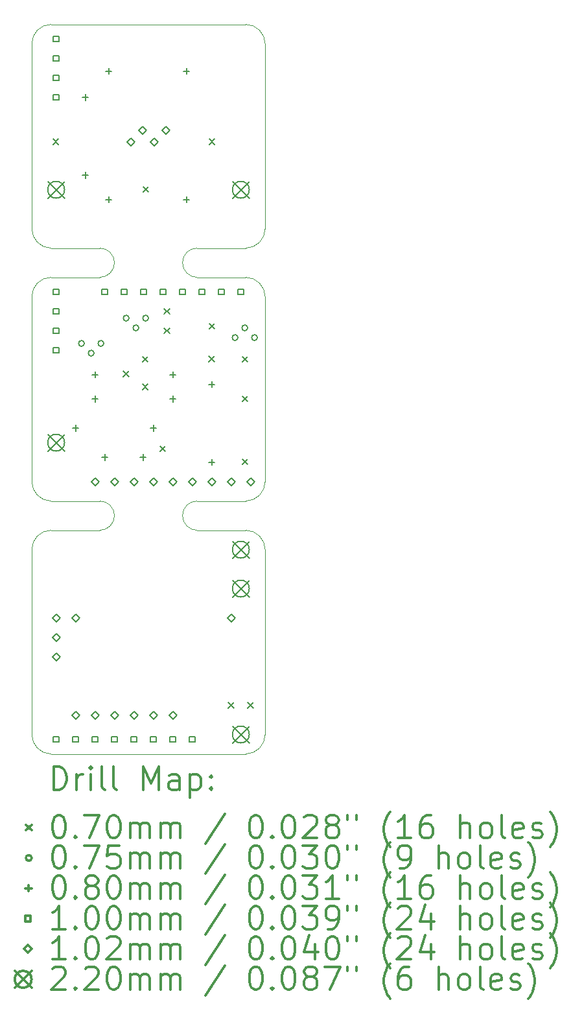
<source format=gbr>
%FSLAX45Y45*%
G04 Gerber Fmt 4.5, Leading zero omitted, Abs format (unit mm)*
G04 Created by KiCad (PCBNEW 5.1.6) date 2021-12-18 09:42:13*
%MOMM*%
%LPD*%
G01*
G04 APERTURE LIST*
%TA.AperFunction,Profile*%
%ADD10C,0.050000*%
%TD*%
%ADD11C,0.200000*%
%ADD12C,0.300000*%
G04 APERTURE END LIST*
D10*
X13271500Y-12192000D02*
X12636500Y-12192000D01*
X12636500Y-11811000D02*
X13271500Y-11811000D01*
X11366500Y-12192000D02*
X10731500Y-12192000D01*
X10731500Y-11811000D02*
X11366500Y-11811000D01*
X11557000Y-12001500D02*
G75*
G02*
X11366500Y-12192000I-190500J0D01*
G01*
X11366500Y-11811000D02*
G75*
G02*
X11557000Y-12001500I0J-190500D01*
G01*
X12636500Y-12192000D02*
G75*
G02*
X12446000Y-12001500I0J190500D01*
G01*
X12446000Y-12001500D02*
G75*
G02*
X12636500Y-11811000I190500J0D01*
G01*
X12700000Y-8890000D02*
X12636500Y-8890000D01*
X13271500Y-8890000D02*
X12700000Y-8890000D01*
X12636500Y-8509000D02*
X13271500Y-8509000D01*
X11366500Y-8509000D02*
X10731500Y-8509000D01*
X10731500Y-8890000D02*
X11366500Y-8890000D01*
X12636500Y-8890000D02*
G75*
G02*
X12446000Y-8699500I0J190500D01*
G01*
X12446000Y-8699500D02*
G75*
G02*
X12636500Y-8509000I190500J0D01*
G01*
X11557000Y-8699500D02*
G75*
G02*
X11366500Y-8890000I-190500J0D01*
G01*
X11366500Y-8509000D02*
G75*
G02*
X11557000Y-8699500I0J-190500D01*
G01*
X10731500Y-8509000D02*
G75*
G02*
X10477500Y-8255000I0J254000D01*
G01*
X13525500Y-8255000D02*
G75*
G02*
X13271500Y-8509000I-254000J0D01*
G01*
X13271500Y-5588000D02*
G75*
G02*
X13525500Y-5842000I0J-254000D01*
G01*
X10477500Y-5842000D02*
G75*
G02*
X10731500Y-5588000I254000J0D01*
G01*
X10477500Y-12446000D02*
G75*
G02*
X10731500Y-12192000I254000J0D01*
G01*
X13271500Y-12192000D02*
G75*
G02*
X13525500Y-12446000I0J-254000D01*
G01*
X13525500Y-14859000D02*
G75*
G02*
X13271500Y-15113000I-254000J0D01*
G01*
X10731500Y-15113000D02*
G75*
G02*
X10477500Y-14859000I0J254000D01*
G01*
X10477500Y-9144000D02*
G75*
G02*
X10731500Y-8890000I254000J0D01*
G01*
X13271500Y-8890000D02*
G75*
G02*
X13525500Y-9144000I0J-254000D01*
G01*
X13525500Y-11557000D02*
G75*
G02*
X13271500Y-11811000I-254000J0D01*
G01*
X10731500Y-11811000D02*
G75*
G02*
X10477500Y-11557000I0J254000D01*
G01*
X13525500Y-5842000D02*
X13525500Y-8255000D01*
X10477500Y-5842000D02*
X10477500Y-8255000D01*
X13271500Y-5588000D02*
X10731500Y-5588000D01*
X10477500Y-14859000D02*
X10477500Y-12446000D01*
X13525500Y-14859000D02*
X13525500Y-12446000D01*
X10731500Y-15113000D02*
X13271500Y-15113000D01*
X10477500Y-9144000D02*
X10477500Y-11557000D01*
X13525500Y-9144000D02*
X13525500Y-11557000D01*
D11*
X10755000Y-7085000D02*
X10825000Y-7155000D01*
X10825000Y-7085000D02*
X10755000Y-7155000D01*
X11675000Y-10115000D02*
X11745000Y-10185000D01*
X11745000Y-10115000D02*
X11675000Y-10185000D01*
X11925000Y-9925000D02*
X11995000Y-9995000D01*
X11995000Y-9925000D02*
X11925000Y-9995000D01*
X11925000Y-10285000D02*
X11995000Y-10355000D01*
X11995000Y-10285000D02*
X11925000Y-10355000D01*
X11935000Y-7705000D02*
X12005000Y-7775000D01*
X12005000Y-7705000D02*
X11935000Y-7775000D01*
X12155000Y-11095000D02*
X12225000Y-11165000D01*
X12225000Y-11095000D02*
X12155000Y-11165000D01*
X12792000Y-9921800D02*
X12862000Y-9991800D01*
X12862000Y-9921800D02*
X12792000Y-9991800D01*
X12795000Y-7085000D02*
X12865000Y-7155000D01*
X12865000Y-7085000D02*
X12795000Y-7155000D01*
X12795000Y-9495000D02*
X12865000Y-9565000D01*
X12865000Y-9495000D02*
X12795000Y-9565000D01*
X13225000Y-9925000D02*
X13295000Y-9995000D01*
X13295000Y-9925000D02*
X13225000Y-9995000D01*
X13225000Y-10445000D02*
X13295000Y-10515000D01*
X13295000Y-10445000D02*
X13225000Y-10515000D01*
X13225000Y-11265000D02*
X13295000Y-11335000D01*
X13295000Y-11265000D02*
X13225000Y-11335000D01*
X13046000Y-14443000D02*
X13116000Y-14513000D01*
X13116000Y-14443000D02*
X13046000Y-14513000D01*
X13300000Y-14443000D02*
X13370000Y-14513000D01*
X13370000Y-14443000D02*
X13300000Y-14513000D01*
X12207800Y-9299500D02*
X12277800Y-9369500D01*
X12277800Y-9299500D02*
X12207800Y-9369500D01*
X12207800Y-9553500D02*
X12277800Y-9623500D01*
X12277800Y-9553500D02*
X12207800Y-9623500D01*
X11162700Y-9753600D02*
G75*
G03*
X11162700Y-9753600I-37500J0D01*
G01*
X11289700Y-9880600D02*
G75*
G03*
X11289700Y-9880600I-37500J0D01*
G01*
X11416700Y-9753600D02*
G75*
G03*
X11416700Y-9753600I-37500J0D01*
G01*
X11746900Y-9423400D02*
G75*
G03*
X11746900Y-9423400I-37500J0D01*
G01*
X11873900Y-9550400D02*
G75*
G03*
X11873900Y-9550400I-37500J0D01*
G01*
X12000900Y-9423400D02*
G75*
G03*
X12000900Y-9423400I-37500J0D01*
G01*
X13169300Y-9677400D02*
G75*
G03*
X13169300Y-9677400I-37500J0D01*
G01*
X13296300Y-9550400D02*
G75*
G03*
X13296300Y-9550400I-37500J0D01*
G01*
X13423300Y-9677400D02*
G75*
G03*
X13423300Y-9677400I-37500J0D01*
G01*
X11303000Y-10120000D02*
X11303000Y-10200000D01*
X11263000Y-10160000D02*
X11343000Y-10160000D01*
X12319000Y-10120000D02*
X12319000Y-10200000D01*
X12279000Y-10160000D02*
X12359000Y-10160000D01*
X11480800Y-6157600D02*
X11480800Y-6237600D01*
X11440800Y-6197600D02*
X11520800Y-6197600D01*
X12496800Y-6157600D02*
X12496800Y-6237600D01*
X12456800Y-6197600D02*
X12536800Y-6197600D01*
X11430000Y-11199500D02*
X11430000Y-11279500D01*
X11390000Y-11239500D02*
X11470000Y-11239500D01*
X11930000Y-11199500D02*
X11930000Y-11279500D01*
X11890000Y-11239500D02*
X11970000Y-11239500D01*
X12827000Y-10247000D02*
X12827000Y-10327000D01*
X12787000Y-10287000D02*
X12867000Y-10287000D01*
X12827000Y-11263000D02*
X12827000Y-11343000D01*
X12787000Y-11303000D02*
X12867000Y-11303000D01*
X11049000Y-10818500D02*
X11049000Y-10898500D01*
X11009000Y-10858500D02*
X11089000Y-10858500D01*
X12065000Y-10818500D02*
X12065000Y-10898500D01*
X12025000Y-10858500D02*
X12105000Y-10858500D01*
X11176000Y-6500500D02*
X11176000Y-6580500D01*
X11136000Y-6540500D02*
X11216000Y-6540500D01*
X11176000Y-7516500D02*
X11176000Y-7596500D01*
X11136000Y-7556500D02*
X11216000Y-7556500D01*
X11480800Y-7834000D02*
X11480800Y-7914000D01*
X11440800Y-7874000D02*
X11520800Y-7874000D01*
X12496800Y-7834000D02*
X12496800Y-7914000D01*
X12456800Y-7874000D02*
X12536800Y-7874000D01*
X11303000Y-10437500D02*
X11303000Y-10517500D01*
X11263000Y-10477500D02*
X11343000Y-10477500D01*
X12319000Y-10437500D02*
X12319000Y-10517500D01*
X12279000Y-10477500D02*
X12359000Y-10477500D01*
X10830356Y-9115856D02*
X10830356Y-9045144D01*
X10759644Y-9045144D01*
X10759644Y-9115856D01*
X10830356Y-9115856D01*
X10830356Y-9369856D02*
X10830356Y-9299144D01*
X10759644Y-9299144D01*
X10759644Y-9369856D01*
X10830356Y-9369856D01*
X10830356Y-9623856D02*
X10830356Y-9553144D01*
X10759644Y-9553144D01*
X10759644Y-9623856D01*
X10830356Y-9623856D01*
X10830356Y-9877856D02*
X10830356Y-9807144D01*
X10759644Y-9807144D01*
X10759644Y-9877856D01*
X10830356Y-9877856D01*
X10830356Y-5813856D02*
X10830356Y-5743144D01*
X10759644Y-5743144D01*
X10759644Y-5813856D01*
X10830356Y-5813856D01*
X10830356Y-6067856D02*
X10830356Y-5997144D01*
X10759644Y-5997144D01*
X10759644Y-6067856D01*
X10830356Y-6067856D01*
X10830356Y-6321856D02*
X10830356Y-6251144D01*
X10759644Y-6251144D01*
X10759644Y-6321856D01*
X10830356Y-6321856D01*
X10830356Y-6575856D02*
X10830356Y-6505144D01*
X10759644Y-6505144D01*
X10759644Y-6575856D01*
X10830356Y-6575856D01*
X10830356Y-14957856D02*
X10830356Y-14887144D01*
X10759644Y-14887144D01*
X10759644Y-14957856D01*
X10830356Y-14957856D01*
X11084356Y-14957856D02*
X11084356Y-14887144D01*
X11013644Y-14887144D01*
X11013644Y-14957856D01*
X11084356Y-14957856D01*
X11338356Y-14957856D02*
X11338356Y-14887144D01*
X11267644Y-14887144D01*
X11267644Y-14957856D01*
X11338356Y-14957856D01*
X11592356Y-14957856D02*
X11592356Y-14887144D01*
X11521644Y-14887144D01*
X11521644Y-14957856D01*
X11592356Y-14957856D01*
X11846356Y-14957856D02*
X11846356Y-14887144D01*
X11775644Y-14887144D01*
X11775644Y-14957856D01*
X11846356Y-14957856D01*
X12100356Y-14957856D02*
X12100356Y-14887144D01*
X12029644Y-14887144D01*
X12029644Y-14957856D01*
X12100356Y-14957856D01*
X12354356Y-14957856D02*
X12354356Y-14887144D01*
X12283644Y-14887144D01*
X12283644Y-14957856D01*
X12354356Y-14957856D01*
X12608356Y-14957856D02*
X12608356Y-14887144D01*
X12537644Y-14887144D01*
X12537644Y-14957856D01*
X12608356Y-14957856D01*
X11465356Y-9115856D02*
X11465356Y-9045144D01*
X11394644Y-9045144D01*
X11394644Y-9115856D01*
X11465356Y-9115856D01*
X11719356Y-9115856D02*
X11719356Y-9045144D01*
X11648644Y-9045144D01*
X11648644Y-9115856D01*
X11719356Y-9115856D01*
X11973356Y-9115856D02*
X11973356Y-9045144D01*
X11902644Y-9045144D01*
X11902644Y-9115856D01*
X11973356Y-9115856D01*
X12227356Y-9115856D02*
X12227356Y-9045144D01*
X12156644Y-9045144D01*
X12156644Y-9115856D01*
X12227356Y-9115856D01*
X12481356Y-9115856D02*
X12481356Y-9045144D01*
X12410644Y-9045144D01*
X12410644Y-9115856D01*
X12481356Y-9115856D01*
X12735356Y-9115856D02*
X12735356Y-9045144D01*
X12664644Y-9045144D01*
X12664644Y-9115856D01*
X12735356Y-9115856D01*
X12989356Y-9115856D02*
X12989356Y-9045144D01*
X12918644Y-9045144D01*
X12918644Y-9115856D01*
X12989356Y-9115856D01*
X13243356Y-9115856D02*
X13243356Y-9045144D01*
X13172644Y-9045144D01*
X13172644Y-9115856D01*
X13243356Y-9115856D01*
X11772900Y-7175500D02*
X11823700Y-7124700D01*
X11772900Y-7073900D01*
X11722100Y-7124700D01*
X11772900Y-7175500D01*
X11925300Y-7023100D02*
X11976100Y-6972300D01*
X11925300Y-6921500D01*
X11874500Y-6972300D01*
X11925300Y-7023100D01*
X12077700Y-7175500D02*
X12128500Y-7124700D01*
X12077700Y-7073900D01*
X12026900Y-7124700D01*
X12077700Y-7175500D01*
X12230100Y-7023100D02*
X12280900Y-6972300D01*
X12230100Y-6921500D01*
X12179300Y-6972300D01*
X12230100Y-7023100D01*
X11049000Y-13385800D02*
X11099800Y-13335000D01*
X11049000Y-13284200D01*
X10998200Y-13335000D01*
X11049000Y-13385800D01*
X13081000Y-13385800D02*
X13131800Y-13335000D01*
X13081000Y-13284200D01*
X13030200Y-13335000D01*
X13081000Y-13385800D01*
X11303000Y-11607800D02*
X11353800Y-11557000D01*
X11303000Y-11506200D01*
X11252200Y-11557000D01*
X11303000Y-11607800D01*
X11557000Y-11607800D02*
X11607800Y-11557000D01*
X11557000Y-11506200D01*
X11506200Y-11557000D01*
X11557000Y-11607800D01*
X11811000Y-11607800D02*
X11861800Y-11557000D01*
X11811000Y-11506200D01*
X11760200Y-11557000D01*
X11811000Y-11607800D01*
X12065000Y-11607800D02*
X12115800Y-11557000D01*
X12065000Y-11506200D01*
X12014200Y-11557000D01*
X12065000Y-11607800D01*
X12319000Y-11607800D02*
X12369800Y-11557000D01*
X12319000Y-11506200D01*
X12268200Y-11557000D01*
X12319000Y-11607800D01*
X12573000Y-11607800D02*
X12623800Y-11557000D01*
X12573000Y-11506200D01*
X12522200Y-11557000D01*
X12573000Y-11607800D01*
X12827000Y-11607800D02*
X12877800Y-11557000D01*
X12827000Y-11506200D01*
X12776200Y-11557000D01*
X12827000Y-11607800D01*
X13081000Y-11607800D02*
X13131800Y-11557000D01*
X13081000Y-11506200D01*
X13030200Y-11557000D01*
X13081000Y-11607800D01*
X13335000Y-11607800D02*
X13385800Y-11557000D01*
X13335000Y-11506200D01*
X13284200Y-11557000D01*
X13335000Y-11607800D01*
X10795000Y-13385800D02*
X10845800Y-13335000D01*
X10795000Y-13284200D01*
X10744200Y-13335000D01*
X10795000Y-13385800D01*
X10795000Y-13639800D02*
X10845800Y-13589000D01*
X10795000Y-13538200D01*
X10744200Y-13589000D01*
X10795000Y-13639800D01*
X10795000Y-13893800D02*
X10845800Y-13843000D01*
X10795000Y-13792200D01*
X10744200Y-13843000D01*
X10795000Y-13893800D01*
X11049000Y-14655800D02*
X11099800Y-14605000D01*
X11049000Y-14554200D01*
X10998200Y-14605000D01*
X11049000Y-14655800D01*
X11303000Y-14655800D02*
X11353800Y-14605000D01*
X11303000Y-14554200D01*
X11252200Y-14605000D01*
X11303000Y-14655800D01*
X11557000Y-14655800D02*
X11607800Y-14605000D01*
X11557000Y-14554200D01*
X11506200Y-14605000D01*
X11557000Y-14655800D01*
X11811000Y-14655800D02*
X11861800Y-14605000D01*
X11811000Y-14554200D01*
X11760200Y-14605000D01*
X11811000Y-14655800D01*
X12065000Y-14655800D02*
X12115800Y-14605000D01*
X12065000Y-14554200D01*
X12014200Y-14605000D01*
X12065000Y-14655800D01*
X12319000Y-14655800D02*
X12369800Y-14605000D01*
X12319000Y-14554200D01*
X12268200Y-14605000D01*
X12319000Y-14655800D01*
X13098000Y-14749000D02*
X13318000Y-14969000D01*
X13318000Y-14749000D02*
X13098000Y-14969000D01*
X13318000Y-14859000D02*
G75*
G03*
X13318000Y-14859000I-110000J0D01*
G01*
X13098000Y-12336000D02*
X13318000Y-12556000D01*
X13318000Y-12336000D02*
X13098000Y-12556000D01*
X13318000Y-12446000D02*
G75*
G03*
X13318000Y-12446000I-110000J0D01*
G01*
X10685000Y-7637000D02*
X10905000Y-7857000D01*
X10905000Y-7637000D02*
X10685000Y-7857000D01*
X10905000Y-7747000D02*
G75*
G03*
X10905000Y-7747000I-110000J0D01*
G01*
X13098000Y-7637000D02*
X13318000Y-7857000D01*
X13318000Y-7637000D02*
X13098000Y-7857000D01*
X13318000Y-7747000D02*
G75*
G03*
X13318000Y-7747000I-110000J0D01*
G01*
X13098000Y-12844000D02*
X13318000Y-13064000D01*
X13318000Y-12844000D02*
X13098000Y-13064000D01*
X13318000Y-12954000D02*
G75*
G03*
X13318000Y-12954000I-110000J0D01*
G01*
X10685000Y-10939000D02*
X10905000Y-11159000D01*
X10905000Y-10939000D02*
X10685000Y-11159000D01*
X10905000Y-11049000D02*
G75*
G03*
X10905000Y-11049000I-110000J0D01*
G01*
D12*
X10761428Y-15581214D02*
X10761428Y-15281214D01*
X10832857Y-15281214D01*
X10875714Y-15295500D01*
X10904286Y-15324071D01*
X10918571Y-15352643D01*
X10932857Y-15409786D01*
X10932857Y-15452643D01*
X10918571Y-15509786D01*
X10904286Y-15538357D01*
X10875714Y-15566929D01*
X10832857Y-15581214D01*
X10761428Y-15581214D01*
X11061428Y-15581214D02*
X11061428Y-15381214D01*
X11061428Y-15438357D02*
X11075714Y-15409786D01*
X11090000Y-15395500D01*
X11118571Y-15381214D01*
X11147143Y-15381214D01*
X11247143Y-15581214D02*
X11247143Y-15381214D01*
X11247143Y-15281214D02*
X11232857Y-15295500D01*
X11247143Y-15309786D01*
X11261428Y-15295500D01*
X11247143Y-15281214D01*
X11247143Y-15309786D01*
X11432857Y-15581214D02*
X11404286Y-15566929D01*
X11390000Y-15538357D01*
X11390000Y-15281214D01*
X11590000Y-15581214D02*
X11561428Y-15566929D01*
X11547143Y-15538357D01*
X11547143Y-15281214D01*
X11932857Y-15581214D02*
X11932857Y-15281214D01*
X12032857Y-15495500D01*
X12132857Y-15281214D01*
X12132857Y-15581214D01*
X12404286Y-15581214D02*
X12404286Y-15424071D01*
X12390000Y-15395500D01*
X12361428Y-15381214D01*
X12304286Y-15381214D01*
X12275714Y-15395500D01*
X12404286Y-15566929D02*
X12375714Y-15581214D01*
X12304286Y-15581214D01*
X12275714Y-15566929D01*
X12261428Y-15538357D01*
X12261428Y-15509786D01*
X12275714Y-15481214D01*
X12304286Y-15466929D01*
X12375714Y-15466929D01*
X12404286Y-15452643D01*
X12547143Y-15381214D02*
X12547143Y-15681214D01*
X12547143Y-15395500D02*
X12575714Y-15381214D01*
X12632857Y-15381214D01*
X12661428Y-15395500D01*
X12675714Y-15409786D01*
X12690000Y-15438357D01*
X12690000Y-15524071D01*
X12675714Y-15552643D01*
X12661428Y-15566929D01*
X12632857Y-15581214D01*
X12575714Y-15581214D01*
X12547143Y-15566929D01*
X12818571Y-15552643D02*
X12832857Y-15566929D01*
X12818571Y-15581214D01*
X12804286Y-15566929D01*
X12818571Y-15552643D01*
X12818571Y-15581214D01*
X12818571Y-15395500D02*
X12832857Y-15409786D01*
X12818571Y-15424071D01*
X12804286Y-15409786D01*
X12818571Y-15395500D01*
X12818571Y-15424071D01*
X10405000Y-16040500D02*
X10475000Y-16110500D01*
X10475000Y-16040500D02*
X10405000Y-16110500D01*
X10818571Y-15911214D02*
X10847143Y-15911214D01*
X10875714Y-15925500D01*
X10890000Y-15939786D01*
X10904286Y-15968357D01*
X10918571Y-16025500D01*
X10918571Y-16096929D01*
X10904286Y-16154071D01*
X10890000Y-16182643D01*
X10875714Y-16196929D01*
X10847143Y-16211214D01*
X10818571Y-16211214D01*
X10790000Y-16196929D01*
X10775714Y-16182643D01*
X10761428Y-16154071D01*
X10747143Y-16096929D01*
X10747143Y-16025500D01*
X10761428Y-15968357D01*
X10775714Y-15939786D01*
X10790000Y-15925500D01*
X10818571Y-15911214D01*
X11047143Y-16182643D02*
X11061428Y-16196929D01*
X11047143Y-16211214D01*
X11032857Y-16196929D01*
X11047143Y-16182643D01*
X11047143Y-16211214D01*
X11161428Y-15911214D02*
X11361428Y-15911214D01*
X11232857Y-16211214D01*
X11532857Y-15911214D02*
X11561428Y-15911214D01*
X11590000Y-15925500D01*
X11604286Y-15939786D01*
X11618571Y-15968357D01*
X11632857Y-16025500D01*
X11632857Y-16096929D01*
X11618571Y-16154071D01*
X11604286Y-16182643D01*
X11590000Y-16196929D01*
X11561428Y-16211214D01*
X11532857Y-16211214D01*
X11504286Y-16196929D01*
X11490000Y-16182643D01*
X11475714Y-16154071D01*
X11461428Y-16096929D01*
X11461428Y-16025500D01*
X11475714Y-15968357D01*
X11490000Y-15939786D01*
X11504286Y-15925500D01*
X11532857Y-15911214D01*
X11761428Y-16211214D02*
X11761428Y-16011214D01*
X11761428Y-16039786D02*
X11775714Y-16025500D01*
X11804286Y-16011214D01*
X11847143Y-16011214D01*
X11875714Y-16025500D01*
X11890000Y-16054071D01*
X11890000Y-16211214D01*
X11890000Y-16054071D02*
X11904286Y-16025500D01*
X11932857Y-16011214D01*
X11975714Y-16011214D01*
X12004286Y-16025500D01*
X12018571Y-16054071D01*
X12018571Y-16211214D01*
X12161428Y-16211214D02*
X12161428Y-16011214D01*
X12161428Y-16039786D02*
X12175714Y-16025500D01*
X12204286Y-16011214D01*
X12247143Y-16011214D01*
X12275714Y-16025500D01*
X12290000Y-16054071D01*
X12290000Y-16211214D01*
X12290000Y-16054071D02*
X12304286Y-16025500D01*
X12332857Y-16011214D01*
X12375714Y-16011214D01*
X12404286Y-16025500D01*
X12418571Y-16054071D01*
X12418571Y-16211214D01*
X13004286Y-15896929D02*
X12747143Y-16282643D01*
X13390000Y-15911214D02*
X13418571Y-15911214D01*
X13447143Y-15925500D01*
X13461428Y-15939786D01*
X13475714Y-15968357D01*
X13490000Y-16025500D01*
X13490000Y-16096929D01*
X13475714Y-16154071D01*
X13461428Y-16182643D01*
X13447143Y-16196929D01*
X13418571Y-16211214D01*
X13390000Y-16211214D01*
X13361428Y-16196929D01*
X13347143Y-16182643D01*
X13332857Y-16154071D01*
X13318571Y-16096929D01*
X13318571Y-16025500D01*
X13332857Y-15968357D01*
X13347143Y-15939786D01*
X13361428Y-15925500D01*
X13390000Y-15911214D01*
X13618571Y-16182643D02*
X13632857Y-16196929D01*
X13618571Y-16211214D01*
X13604286Y-16196929D01*
X13618571Y-16182643D01*
X13618571Y-16211214D01*
X13818571Y-15911214D02*
X13847143Y-15911214D01*
X13875714Y-15925500D01*
X13890000Y-15939786D01*
X13904286Y-15968357D01*
X13918571Y-16025500D01*
X13918571Y-16096929D01*
X13904286Y-16154071D01*
X13890000Y-16182643D01*
X13875714Y-16196929D01*
X13847143Y-16211214D01*
X13818571Y-16211214D01*
X13790000Y-16196929D01*
X13775714Y-16182643D01*
X13761428Y-16154071D01*
X13747143Y-16096929D01*
X13747143Y-16025500D01*
X13761428Y-15968357D01*
X13775714Y-15939786D01*
X13790000Y-15925500D01*
X13818571Y-15911214D01*
X14032857Y-15939786D02*
X14047143Y-15925500D01*
X14075714Y-15911214D01*
X14147143Y-15911214D01*
X14175714Y-15925500D01*
X14190000Y-15939786D01*
X14204286Y-15968357D01*
X14204286Y-15996929D01*
X14190000Y-16039786D01*
X14018571Y-16211214D01*
X14204286Y-16211214D01*
X14375714Y-16039786D02*
X14347143Y-16025500D01*
X14332857Y-16011214D01*
X14318571Y-15982643D01*
X14318571Y-15968357D01*
X14332857Y-15939786D01*
X14347143Y-15925500D01*
X14375714Y-15911214D01*
X14432857Y-15911214D01*
X14461428Y-15925500D01*
X14475714Y-15939786D01*
X14490000Y-15968357D01*
X14490000Y-15982643D01*
X14475714Y-16011214D01*
X14461428Y-16025500D01*
X14432857Y-16039786D01*
X14375714Y-16039786D01*
X14347143Y-16054071D01*
X14332857Y-16068357D01*
X14318571Y-16096929D01*
X14318571Y-16154071D01*
X14332857Y-16182643D01*
X14347143Y-16196929D01*
X14375714Y-16211214D01*
X14432857Y-16211214D01*
X14461428Y-16196929D01*
X14475714Y-16182643D01*
X14490000Y-16154071D01*
X14490000Y-16096929D01*
X14475714Y-16068357D01*
X14461428Y-16054071D01*
X14432857Y-16039786D01*
X14604286Y-15911214D02*
X14604286Y-15968357D01*
X14718571Y-15911214D02*
X14718571Y-15968357D01*
X15161428Y-16325500D02*
X15147143Y-16311214D01*
X15118571Y-16268357D01*
X15104286Y-16239786D01*
X15090000Y-16196929D01*
X15075714Y-16125500D01*
X15075714Y-16068357D01*
X15090000Y-15996929D01*
X15104286Y-15954071D01*
X15118571Y-15925500D01*
X15147143Y-15882643D01*
X15161428Y-15868357D01*
X15432857Y-16211214D02*
X15261428Y-16211214D01*
X15347143Y-16211214D02*
X15347143Y-15911214D01*
X15318571Y-15954071D01*
X15290000Y-15982643D01*
X15261428Y-15996929D01*
X15690000Y-15911214D02*
X15632857Y-15911214D01*
X15604286Y-15925500D01*
X15590000Y-15939786D01*
X15561428Y-15982643D01*
X15547143Y-16039786D01*
X15547143Y-16154071D01*
X15561428Y-16182643D01*
X15575714Y-16196929D01*
X15604286Y-16211214D01*
X15661428Y-16211214D01*
X15690000Y-16196929D01*
X15704286Y-16182643D01*
X15718571Y-16154071D01*
X15718571Y-16082643D01*
X15704286Y-16054071D01*
X15690000Y-16039786D01*
X15661428Y-16025500D01*
X15604286Y-16025500D01*
X15575714Y-16039786D01*
X15561428Y-16054071D01*
X15547143Y-16082643D01*
X16075714Y-16211214D02*
X16075714Y-15911214D01*
X16204286Y-16211214D02*
X16204286Y-16054071D01*
X16190000Y-16025500D01*
X16161428Y-16011214D01*
X16118571Y-16011214D01*
X16090000Y-16025500D01*
X16075714Y-16039786D01*
X16390000Y-16211214D02*
X16361428Y-16196929D01*
X16347143Y-16182643D01*
X16332857Y-16154071D01*
X16332857Y-16068357D01*
X16347143Y-16039786D01*
X16361428Y-16025500D01*
X16390000Y-16011214D01*
X16432857Y-16011214D01*
X16461428Y-16025500D01*
X16475714Y-16039786D01*
X16490000Y-16068357D01*
X16490000Y-16154071D01*
X16475714Y-16182643D01*
X16461428Y-16196929D01*
X16432857Y-16211214D01*
X16390000Y-16211214D01*
X16661428Y-16211214D02*
X16632857Y-16196929D01*
X16618571Y-16168357D01*
X16618571Y-15911214D01*
X16890000Y-16196929D02*
X16861428Y-16211214D01*
X16804286Y-16211214D01*
X16775714Y-16196929D01*
X16761428Y-16168357D01*
X16761428Y-16054071D01*
X16775714Y-16025500D01*
X16804286Y-16011214D01*
X16861428Y-16011214D01*
X16890000Y-16025500D01*
X16904286Y-16054071D01*
X16904286Y-16082643D01*
X16761428Y-16111214D01*
X17018571Y-16196929D02*
X17047143Y-16211214D01*
X17104286Y-16211214D01*
X17132857Y-16196929D01*
X17147143Y-16168357D01*
X17147143Y-16154071D01*
X17132857Y-16125500D01*
X17104286Y-16111214D01*
X17061428Y-16111214D01*
X17032857Y-16096929D01*
X17018571Y-16068357D01*
X17018571Y-16054071D01*
X17032857Y-16025500D01*
X17061428Y-16011214D01*
X17104286Y-16011214D01*
X17132857Y-16025500D01*
X17247143Y-16325500D02*
X17261428Y-16311214D01*
X17290000Y-16268357D01*
X17304286Y-16239786D01*
X17318571Y-16196929D01*
X17332857Y-16125500D01*
X17332857Y-16068357D01*
X17318571Y-15996929D01*
X17304286Y-15954071D01*
X17290000Y-15925500D01*
X17261428Y-15882643D01*
X17247143Y-15868357D01*
X10475000Y-16471500D02*
G75*
G03*
X10475000Y-16471500I-37500J0D01*
G01*
X10818571Y-16307214D02*
X10847143Y-16307214D01*
X10875714Y-16321500D01*
X10890000Y-16335786D01*
X10904286Y-16364357D01*
X10918571Y-16421500D01*
X10918571Y-16492929D01*
X10904286Y-16550071D01*
X10890000Y-16578643D01*
X10875714Y-16592929D01*
X10847143Y-16607214D01*
X10818571Y-16607214D01*
X10790000Y-16592929D01*
X10775714Y-16578643D01*
X10761428Y-16550071D01*
X10747143Y-16492929D01*
X10747143Y-16421500D01*
X10761428Y-16364357D01*
X10775714Y-16335786D01*
X10790000Y-16321500D01*
X10818571Y-16307214D01*
X11047143Y-16578643D02*
X11061428Y-16592929D01*
X11047143Y-16607214D01*
X11032857Y-16592929D01*
X11047143Y-16578643D01*
X11047143Y-16607214D01*
X11161428Y-16307214D02*
X11361428Y-16307214D01*
X11232857Y-16607214D01*
X11618571Y-16307214D02*
X11475714Y-16307214D01*
X11461428Y-16450071D01*
X11475714Y-16435786D01*
X11504286Y-16421500D01*
X11575714Y-16421500D01*
X11604286Y-16435786D01*
X11618571Y-16450071D01*
X11632857Y-16478643D01*
X11632857Y-16550071D01*
X11618571Y-16578643D01*
X11604286Y-16592929D01*
X11575714Y-16607214D01*
X11504286Y-16607214D01*
X11475714Y-16592929D01*
X11461428Y-16578643D01*
X11761428Y-16607214D02*
X11761428Y-16407214D01*
X11761428Y-16435786D02*
X11775714Y-16421500D01*
X11804286Y-16407214D01*
X11847143Y-16407214D01*
X11875714Y-16421500D01*
X11890000Y-16450071D01*
X11890000Y-16607214D01*
X11890000Y-16450071D02*
X11904286Y-16421500D01*
X11932857Y-16407214D01*
X11975714Y-16407214D01*
X12004286Y-16421500D01*
X12018571Y-16450071D01*
X12018571Y-16607214D01*
X12161428Y-16607214D02*
X12161428Y-16407214D01*
X12161428Y-16435786D02*
X12175714Y-16421500D01*
X12204286Y-16407214D01*
X12247143Y-16407214D01*
X12275714Y-16421500D01*
X12290000Y-16450071D01*
X12290000Y-16607214D01*
X12290000Y-16450071D02*
X12304286Y-16421500D01*
X12332857Y-16407214D01*
X12375714Y-16407214D01*
X12404286Y-16421500D01*
X12418571Y-16450071D01*
X12418571Y-16607214D01*
X13004286Y-16292929D02*
X12747143Y-16678643D01*
X13390000Y-16307214D02*
X13418571Y-16307214D01*
X13447143Y-16321500D01*
X13461428Y-16335786D01*
X13475714Y-16364357D01*
X13490000Y-16421500D01*
X13490000Y-16492929D01*
X13475714Y-16550071D01*
X13461428Y-16578643D01*
X13447143Y-16592929D01*
X13418571Y-16607214D01*
X13390000Y-16607214D01*
X13361428Y-16592929D01*
X13347143Y-16578643D01*
X13332857Y-16550071D01*
X13318571Y-16492929D01*
X13318571Y-16421500D01*
X13332857Y-16364357D01*
X13347143Y-16335786D01*
X13361428Y-16321500D01*
X13390000Y-16307214D01*
X13618571Y-16578643D02*
X13632857Y-16592929D01*
X13618571Y-16607214D01*
X13604286Y-16592929D01*
X13618571Y-16578643D01*
X13618571Y-16607214D01*
X13818571Y-16307214D02*
X13847143Y-16307214D01*
X13875714Y-16321500D01*
X13890000Y-16335786D01*
X13904286Y-16364357D01*
X13918571Y-16421500D01*
X13918571Y-16492929D01*
X13904286Y-16550071D01*
X13890000Y-16578643D01*
X13875714Y-16592929D01*
X13847143Y-16607214D01*
X13818571Y-16607214D01*
X13790000Y-16592929D01*
X13775714Y-16578643D01*
X13761428Y-16550071D01*
X13747143Y-16492929D01*
X13747143Y-16421500D01*
X13761428Y-16364357D01*
X13775714Y-16335786D01*
X13790000Y-16321500D01*
X13818571Y-16307214D01*
X14018571Y-16307214D02*
X14204286Y-16307214D01*
X14104286Y-16421500D01*
X14147143Y-16421500D01*
X14175714Y-16435786D01*
X14190000Y-16450071D01*
X14204286Y-16478643D01*
X14204286Y-16550071D01*
X14190000Y-16578643D01*
X14175714Y-16592929D01*
X14147143Y-16607214D01*
X14061428Y-16607214D01*
X14032857Y-16592929D01*
X14018571Y-16578643D01*
X14390000Y-16307214D02*
X14418571Y-16307214D01*
X14447143Y-16321500D01*
X14461428Y-16335786D01*
X14475714Y-16364357D01*
X14490000Y-16421500D01*
X14490000Y-16492929D01*
X14475714Y-16550071D01*
X14461428Y-16578643D01*
X14447143Y-16592929D01*
X14418571Y-16607214D01*
X14390000Y-16607214D01*
X14361428Y-16592929D01*
X14347143Y-16578643D01*
X14332857Y-16550071D01*
X14318571Y-16492929D01*
X14318571Y-16421500D01*
X14332857Y-16364357D01*
X14347143Y-16335786D01*
X14361428Y-16321500D01*
X14390000Y-16307214D01*
X14604286Y-16307214D02*
X14604286Y-16364357D01*
X14718571Y-16307214D02*
X14718571Y-16364357D01*
X15161428Y-16721500D02*
X15147143Y-16707214D01*
X15118571Y-16664357D01*
X15104286Y-16635786D01*
X15090000Y-16592929D01*
X15075714Y-16521500D01*
X15075714Y-16464357D01*
X15090000Y-16392929D01*
X15104286Y-16350071D01*
X15118571Y-16321500D01*
X15147143Y-16278643D01*
X15161428Y-16264357D01*
X15290000Y-16607214D02*
X15347143Y-16607214D01*
X15375714Y-16592929D01*
X15390000Y-16578643D01*
X15418571Y-16535786D01*
X15432857Y-16478643D01*
X15432857Y-16364357D01*
X15418571Y-16335786D01*
X15404286Y-16321500D01*
X15375714Y-16307214D01*
X15318571Y-16307214D01*
X15290000Y-16321500D01*
X15275714Y-16335786D01*
X15261428Y-16364357D01*
X15261428Y-16435786D01*
X15275714Y-16464357D01*
X15290000Y-16478643D01*
X15318571Y-16492929D01*
X15375714Y-16492929D01*
X15404286Y-16478643D01*
X15418571Y-16464357D01*
X15432857Y-16435786D01*
X15790000Y-16607214D02*
X15790000Y-16307214D01*
X15918571Y-16607214D02*
X15918571Y-16450071D01*
X15904286Y-16421500D01*
X15875714Y-16407214D01*
X15832857Y-16407214D01*
X15804286Y-16421500D01*
X15790000Y-16435786D01*
X16104286Y-16607214D02*
X16075714Y-16592929D01*
X16061428Y-16578643D01*
X16047143Y-16550071D01*
X16047143Y-16464357D01*
X16061428Y-16435786D01*
X16075714Y-16421500D01*
X16104286Y-16407214D01*
X16147143Y-16407214D01*
X16175714Y-16421500D01*
X16190000Y-16435786D01*
X16204286Y-16464357D01*
X16204286Y-16550071D01*
X16190000Y-16578643D01*
X16175714Y-16592929D01*
X16147143Y-16607214D01*
X16104286Y-16607214D01*
X16375714Y-16607214D02*
X16347143Y-16592929D01*
X16332857Y-16564357D01*
X16332857Y-16307214D01*
X16604286Y-16592929D02*
X16575714Y-16607214D01*
X16518571Y-16607214D01*
X16490000Y-16592929D01*
X16475714Y-16564357D01*
X16475714Y-16450071D01*
X16490000Y-16421500D01*
X16518571Y-16407214D01*
X16575714Y-16407214D01*
X16604286Y-16421500D01*
X16618571Y-16450071D01*
X16618571Y-16478643D01*
X16475714Y-16507214D01*
X16732857Y-16592929D02*
X16761428Y-16607214D01*
X16818571Y-16607214D01*
X16847143Y-16592929D01*
X16861428Y-16564357D01*
X16861428Y-16550071D01*
X16847143Y-16521500D01*
X16818571Y-16507214D01*
X16775714Y-16507214D01*
X16747143Y-16492929D01*
X16732857Y-16464357D01*
X16732857Y-16450071D01*
X16747143Y-16421500D01*
X16775714Y-16407214D01*
X16818571Y-16407214D01*
X16847143Y-16421500D01*
X16961428Y-16721500D02*
X16975714Y-16707214D01*
X17004286Y-16664357D01*
X17018571Y-16635786D01*
X17032857Y-16592929D01*
X17047143Y-16521500D01*
X17047143Y-16464357D01*
X17032857Y-16392929D01*
X17018571Y-16350071D01*
X17004286Y-16321500D01*
X16975714Y-16278643D01*
X16961428Y-16264357D01*
X10435000Y-16827500D02*
X10435000Y-16907500D01*
X10395000Y-16867500D02*
X10475000Y-16867500D01*
X10818571Y-16703214D02*
X10847143Y-16703214D01*
X10875714Y-16717500D01*
X10890000Y-16731786D01*
X10904286Y-16760357D01*
X10918571Y-16817500D01*
X10918571Y-16888929D01*
X10904286Y-16946072D01*
X10890000Y-16974643D01*
X10875714Y-16988929D01*
X10847143Y-17003214D01*
X10818571Y-17003214D01*
X10790000Y-16988929D01*
X10775714Y-16974643D01*
X10761428Y-16946072D01*
X10747143Y-16888929D01*
X10747143Y-16817500D01*
X10761428Y-16760357D01*
X10775714Y-16731786D01*
X10790000Y-16717500D01*
X10818571Y-16703214D01*
X11047143Y-16974643D02*
X11061428Y-16988929D01*
X11047143Y-17003214D01*
X11032857Y-16988929D01*
X11047143Y-16974643D01*
X11047143Y-17003214D01*
X11232857Y-16831786D02*
X11204286Y-16817500D01*
X11190000Y-16803214D01*
X11175714Y-16774643D01*
X11175714Y-16760357D01*
X11190000Y-16731786D01*
X11204286Y-16717500D01*
X11232857Y-16703214D01*
X11290000Y-16703214D01*
X11318571Y-16717500D01*
X11332857Y-16731786D01*
X11347143Y-16760357D01*
X11347143Y-16774643D01*
X11332857Y-16803214D01*
X11318571Y-16817500D01*
X11290000Y-16831786D01*
X11232857Y-16831786D01*
X11204286Y-16846072D01*
X11190000Y-16860357D01*
X11175714Y-16888929D01*
X11175714Y-16946072D01*
X11190000Y-16974643D01*
X11204286Y-16988929D01*
X11232857Y-17003214D01*
X11290000Y-17003214D01*
X11318571Y-16988929D01*
X11332857Y-16974643D01*
X11347143Y-16946072D01*
X11347143Y-16888929D01*
X11332857Y-16860357D01*
X11318571Y-16846072D01*
X11290000Y-16831786D01*
X11532857Y-16703214D02*
X11561428Y-16703214D01*
X11590000Y-16717500D01*
X11604286Y-16731786D01*
X11618571Y-16760357D01*
X11632857Y-16817500D01*
X11632857Y-16888929D01*
X11618571Y-16946072D01*
X11604286Y-16974643D01*
X11590000Y-16988929D01*
X11561428Y-17003214D01*
X11532857Y-17003214D01*
X11504286Y-16988929D01*
X11490000Y-16974643D01*
X11475714Y-16946072D01*
X11461428Y-16888929D01*
X11461428Y-16817500D01*
X11475714Y-16760357D01*
X11490000Y-16731786D01*
X11504286Y-16717500D01*
X11532857Y-16703214D01*
X11761428Y-17003214D02*
X11761428Y-16803214D01*
X11761428Y-16831786D02*
X11775714Y-16817500D01*
X11804286Y-16803214D01*
X11847143Y-16803214D01*
X11875714Y-16817500D01*
X11890000Y-16846072D01*
X11890000Y-17003214D01*
X11890000Y-16846072D02*
X11904286Y-16817500D01*
X11932857Y-16803214D01*
X11975714Y-16803214D01*
X12004286Y-16817500D01*
X12018571Y-16846072D01*
X12018571Y-17003214D01*
X12161428Y-17003214D02*
X12161428Y-16803214D01*
X12161428Y-16831786D02*
X12175714Y-16817500D01*
X12204286Y-16803214D01*
X12247143Y-16803214D01*
X12275714Y-16817500D01*
X12290000Y-16846072D01*
X12290000Y-17003214D01*
X12290000Y-16846072D02*
X12304286Y-16817500D01*
X12332857Y-16803214D01*
X12375714Y-16803214D01*
X12404286Y-16817500D01*
X12418571Y-16846072D01*
X12418571Y-17003214D01*
X13004286Y-16688929D02*
X12747143Y-17074643D01*
X13390000Y-16703214D02*
X13418571Y-16703214D01*
X13447143Y-16717500D01*
X13461428Y-16731786D01*
X13475714Y-16760357D01*
X13490000Y-16817500D01*
X13490000Y-16888929D01*
X13475714Y-16946072D01*
X13461428Y-16974643D01*
X13447143Y-16988929D01*
X13418571Y-17003214D01*
X13390000Y-17003214D01*
X13361428Y-16988929D01*
X13347143Y-16974643D01*
X13332857Y-16946072D01*
X13318571Y-16888929D01*
X13318571Y-16817500D01*
X13332857Y-16760357D01*
X13347143Y-16731786D01*
X13361428Y-16717500D01*
X13390000Y-16703214D01*
X13618571Y-16974643D02*
X13632857Y-16988929D01*
X13618571Y-17003214D01*
X13604286Y-16988929D01*
X13618571Y-16974643D01*
X13618571Y-17003214D01*
X13818571Y-16703214D02*
X13847143Y-16703214D01*
X13875714Y-16717500D01*
X13890000Y-16731786D01*
X13904286Y-16760357D01*
X13918571Y-16817500D01*
X13918571Y-16888929D01*
X13904286Y-16946072D01*
X13890000Y-16974643D01*
X13875714Y-16988929D01*
X13847143Y-17003214D01*
X13818571Y-17003214D01*
X13790000Y-16988929D01*
X13775714Y-16974643D01*
X13761428Y-16946072D01*
X13747143Y-16888929D01*
X13747143Y-16817500D01*
X13761428Y-16760357D01*
X13775714Y-16731786D01*
X13790000Y-16717500D01*
X13818571Y-16703214D01*
X14018571Y-16703214D02*
X14204286Y-16703214D01*
X14104286Y-16817500D01*
X14147143Y-16817500D01*
X14175714Y-16831786D01*
X14190000Y-16846072D01*
X14204286Y-16874643D01*
X14204286Y-16946072D01*
X14190000Y-16974643D01*
X14175714Y-16988929D01*
X14147143Y-17003214D01*
X14061428Y-17003214D01*
X14032857Y-16988929D01*
X14018571Y-16974643D01*
X14490000Y-17003214D02*
X14318571Y-17003214D01*
X14404286Y-17003214D02*
X14404286Y-16703214D01*
X14375714Y-16746071D01*
X14347143Y-16774643D01*
X14318571Y-16788929D01*
X14604286Y-16703214D02*
X14604286Y-16760357D01*
X14718571Y-16703214D02*
X14718571Y-16760357D01*
X15161428Y-17117500D02*
X15147143Y-17103214D01*
X15118571Y-17060357D01*
X15104286Y-17031786D01*
X15090000Y-16988929D01*
X15075714Y-16917500D01*
X15075714Y-16860357D01*
X15090000Y-16788929D01*
X15104286Y-16746071D01*
X15118571Y-16717500D01*
X15147143Y-16674643D01*
X15161428Y-16660357D01*
X15432857Y-17003214D02*
X15261428Y-17003214D01*
X15347143Y-17003214D02*
X15347143Y-16703214D01*
X15318571Y-16746071D01*
X15290000Y-16774643D01*
X15261428Y-16788929D01*
X15690000Y-16703214D02*
X15632857Y-16703214D01*
X15604286Y-16717500D01*
X15590000Y-16731786D01*
X15561428Y-16774643D01*
X15547143Y-16831786D01*
X15547143Y-16946072D01*
X15561428Y-16974643D01*
X15575714Y-16988929D01*
X15604286Y-17003214D01*
X15661428Y-17003214D01*
X15690000Y-16988929D01*
X15704286Y-16974643D01*
X15718571Y-16946072D01*
X15718571Y-16874643D01*
X15704286Y-16846072D01*
X15690000Y-16831786D01*
X15661428Y-16817500D01*
X15604286Y-16817500D01*
X15575714Y-16831786D01*
X15561428Y-16846072D01*
X15547143Y-16874643D01*
X16075714Y-17003214D02*
X16075714Y-16703214D01*
X16204286Y-17003214D02*
X16204286Y-16846072D01*
X16190000Y-16817500D01*
X16161428Y-16803214D01*
X16118571Y-16803214D01*
X16090000Y-16817500D01*
X16075714Y-16831786D01*
X16390000Y-17003214D02*
X16361428Y-16988929D01*
X16347143Y-16974643D01*
X16332857Y-16946072D01*
X16332857Y-16860357D01*
X16347143Y-16831786D01*
X16361428Y-16817500D01*
X16390000Y-16803214D01*
X16432857Y-16803214D01*
X16461428Y-16817500D01*
X16475714Y-16831786D01*
X16490000Y-16860357D01*
X16490000Y-16946072D01*
X16475714Y-16974643D01*
X16461428Y-16988929D01*
X16432857Y-17003214D01*
X16390000Y-17003214D01*
X16661428Y-17003214D02*
X16632857Y-16988929D01*
X16618571Y-16960357D01*
X16618571Y-16703214D01*
X16890000Y-16988929D02*
X16861428Y-17003214D01*
X16804286Y-17003214D01*
X16775714Y-16988929D01*
X16761428Y-16960357D01*
X16761428Y-16846072D01*
X16775714Y-16817500D01*
X16804286Y-16803214D01*
X16861428Y-16803214D01*
X16890000Y-16817500D01*
X16904286Y-16846072D01*
X16904286Y-16874643D01*
X16761428Y-16903214D01*
X17018571Y-16988929D02*
X17047143Y-17003214D01*
X17104286Y-17003214D01*
X17132857Y-16988929D01*
X17147143Y-16960357D01*
X17147143Y-16946072D01*
X17132857Y-16917500D01*
X17104286Y-16903214D01*
X17061428Y-16903214D01*
X17032857Y-16888929D01*
X17018571Y-16860357D01*
X17018571Y-16846072D01*
X17032857Y-16817500D01*
X17061428Y-16803214D01*
X17104286Y-16803214D01*
X17132857Y-16817500D01*
X17247143Y-17117500D02*
X17261428Y-17103214D01*
X17290000Y-17060357D01*
X17304286Y-17031786D01*
X17318571Y-16988929D01*
X17332857Y-16917500D01*
X17332857Y-16860357D01*
X17318571Y-16788929D01*
X17304286Y-16746071D01*
X17290000Y-16717500D01*
X17261428Y-16674643D01*
X17247143Y-16660357D01*
X10460356Y-17298856D02*
X10460356Y-17228144D01*
X10389644Y-17228144D01*
X10389644Y-17298856D01*
X10460356Y-17298856D01*
X10918571Y-17399214D02*
X10747143Y-17399214D01*
X10832857Y-17399214D02*
X10832857Y-17099214D01*
X10804286Y-17142072D01*
X10775714Y-17170643D01*
X10747143Y-17184929D01*
X11047143Y-17370643D02*
X11061428Y-17384929D01*
X11047143Y-17399214D01*
X11032857Y-17384929D01*
X11047143Y-17370643D01*
X11047143Y-17399214D01*
X11247143Y-17099214D02*
X11275714Y-17099214D01*
X11304286Y-17113500D01*
X11318571Y-17127786D01*
X11332857Y-17156357D01*
X11347143Y-17213500D01*
X11347143Y-17284929D01*
X11332857Y-17342072D01*
X11318571Y-17370643D01*
X11304286Y-17384929D01*
X11275714Y-17399214D01*
X11247143Y-17399214D01*
X11218571Y-17384929D01*
X11204286Y-17370643D01*
X11190000Y-17342072D01*
X11175714Y-17284929D01*
X11175714Y-17213500D01*
X11190000Y-17156357D01*
X11204286Y-17127786D01*
X11218571Y-17113500D01*
X11247143Y-17099214D01*
X11532857Y-17099214D02*
X11561428Y-17099214D01*
X11590000Y-17113500D01*
X11604286Y-17127786D01*
X11618571Y-17156357D01*
X11632857Y-17213500D01*
X11632857Y-17284929D01*
X11618571Y-17342072D01*
X11604286Y-17370643D01*
X11590000Y-17384929D01*
X11561428Y-17399214D01*
X11532857Y-17399214D01*
X11504286Y-17384929D01*
X11490000Y-17370643D01*
X11475714Y-17342072D01*
X11461428Y-17284929D01*
X11461428Y-17213500D01*
X11475714Y-17156357D01*
X11490000Y-17127786D01*
X11504286Y-17113500D01*
X11532857Y-17099214D01*
X11761428Y-17399214D02*
X11761428Y-17199214D01*
X11761428Y-17227786D02*
X11775714Y-17213500D01*
X11804286Y-17199214D01*
X11847143Y-17199214D01*
X11875714Y-17213500D01*
X11890000Y-17242072D01*
X11890000Y-17399214D01*
X11890000Y-17242072D02*
X11904286Y-17213500D01*
X11932857Y-17199214D01*
X11975714Y-17199214D01*
X12004286Y-17213500D01*
X12018571Y-17242072D01*
X12018571Y-17399214D01*
X12161428Y-17399214D02*
X12161428Y-17199214D01*
X12161428Y-17227786D02*
X12175714Y-17213500D01*
X12204286Y-17199214D01*
X12247143Y-17199214D01*
X12275714Y-17213500D01*
X12290000Y-17242072D01*
X12290000Y-17399214D01*
X12290000Y-17242072D02*
X12304286Y-17213500D01*
X12332857Y-17199214D01*
X12375714Y-17199214D01*
X12404286Y-17213500D01*
X12418571Y-17242072D01*
X12418571Y-17399214D01*
X13004286Y-17084929D02*
X12747143Y-17470643D01*
X13390000Y-17099214D02*
X13418571Y-17099214D01*
X13447143Y-17113500D01*
X13461428Y-17127786D01*
X13475714Y-17156357D01*
X13490000Y-17213500D01*
X13490000Y-17284929D01*
X13475714Y-17342072D01*
X13461428Y-17370643D01*
X13447143Y-17384929D01*
X13418571Y-17399214D01*
X13390000Y-17399214D01*
X13361428Y-17384929D01*
X13347143Y-17370643D01*
X13332857Y-17342072D01*
X13318571Y-17284929D01*
X13318571Y-17213500D01*
X13332857Y-17156357D01*
X13347143Y-17127786D01*
X13361428Y-17113500D01*
X13390000Y-17099214D01*
X13618571Y-17370643D02*
X13632857Y-17384929D01*
X13618571Y-17399214D01*
X13604286Y-17384929D01*
X13618571Y-17370643D01*
X13618571Y-17399214D01*
X13818571Y-17099214D02*
X13847143Y-17099214D01*
X13875714Y-17113500D01*
X13890000Y-17127786D01*
X13904286Y-17156357D01*
X13918571Y-17213500D01*
X13918571Y-17284929D01*
X13904286Y-17342072D01*
X13890000Y-17370643D01*
X13875714Y-17384929D01*
X13847143Y-17399214D01*
X13818571Y-17399214D01*
X13790000Y-17384929D01*
X13775714Y-17370643D01*
X13761428Y-17342072D01*
X13747143Y-17284929D01*
X13747143Y-17213500D01*
X13761428Y-17156357D01*
X13775714Y-17127786D01*
X13790000Y-17113500D01*
X13818571Y-17099214D01*
X14018571Y-17099214D02*
X14204286Y-17099214D01*
X14104286Y-17213500D01*
X14147143Y-17213500D01*
X14175714Y-17227786D01*
X14190000Y-17242072D01*
X14204286Y-17270643D01*
X14204286Y-17342072D01*
X14190000Y-17370643D01*
X14175714Y-17384929D01*
X14147143Y-17399214D01*
X14061428Y-17399214D01*
X14032857Y-17384929D01*
X14018571Y-17370643D01*
X14347143Y-17399214D02*
X14404286Y-17399214D01*
X14432857Y-17384929D01*
X14447143Y-17370643D01*
X14475714Y-17327786D01*
X14490000Y-17270643D01*
X14490000Y-17156357D01*
X14475714Y-17127786D01*
X14461428Y-17113500D01*
X14432857Y-17099214D01*
X14375714Y-17099214D01*
X14347143Y-17113500D01*
X14332857Y-17127786D01*
X14318571Y-17156357D01*
X14318571Y-17227786D01*
X14332857Y-17256357D01*
X14347143Y-17270643D01*
X14375714Y-17284929D01*
X14432857Y-17284929D01*
X14461428Y-17270643D01*
X14475714Y-17256357D01*
X14490000Y-17227786D01*
X14604286Y-17099214D02*
X14604286Y-17156357D01*
X14718571Y-17099214D02*
X14718571Y-17156357D01*
X15161428Y-17513500D02*
X15147143Y-17499214D01*
X15118571Y-17456357D01*
X15104286Y-17427786D01*
X15090000Y-17384929D01*
X15075714Y-17313500D01*
X15075714Y-17256357D01*
X15090000Y-17184929D01*
X15104286Y-17142072D01*
X15118571Y-17113500D01*
X15147143Y-17070643D01*
X15161428Y-17056357D01*
X15261428Y-17127786D02*
X15275714Y-17113500D01*
X15304286Y-17099214D01*
X15375714Y-17099214D01*
X15404286Y-17113500D01*
X15418571Y-17127786D01*
X15432857Y-17156357D01*
X15432857Y-17184929D01*
X15418571Y-17227786D01*
X15247143Y-17399214D01*
X15432857Y-17399214D01*
X15690000Y-17199214D02*
X15690000Y-17399214D01*
X15618571Y-17084929D02*
X15547143Y-17299214D01*
X15732857Y-17299214D01*
X16075714Y-17399214D02*
X16075714Y-17099214D01*
X16204286Y-17399214D02*
X16204286Y-17242072D01*
X16190000Y-17213500D01*
X16161428Y-17199214D01*
X16118571Y-17199214D01*
X16090000Y-17213500D01*
X16075714Y-17227786D01*
X16390000Y-17399214D02*
X16361428Y-17384929D01*
X16347143Y-17370643D01*
X16332857Y-17342072D01*
X16332857Y-17256357D01*
X16347143Y-17227786D01*
X16361428Y-17213500D01*
X16390000Y-17199214D01*
X16432857Y-17199214D01*
X16461428Y-17213500D01*
X16475714Y-17227786D01*
X16490000Y-17256357D01*
X16490000Y-17342072D01*
X16475714Y-17370643D01*
X16461428Y-17384929D01*
X16432857Y-17399214D01*
X16390000Y-17399214D01*
X16661428Y-17399214D02*
X16632857Y-17384929D01*
X16618571Y-17356357D01*
X16618571Y-17099214D01*
X16890000Y-17384929D02*
X16861428Y-17399214D01*
X16804286Y-17399214D01*
X16775714Y-17384929D01*
X16761428Y-17356357D01*
X16761428Y-17242072D01*
X16775714Y-17213500D01*
X16804286Y-17199214D01*
X16861428Y-17199214D01*
X16890000Y-17213500D01*
X16904286Y-17242072D01*
X16904286Y-17270643D01*
X16761428Y-17299214D01*
X17018571Y-17384929D02*
X17047143Y-17399214D01*
X17104286Y-17399214D01*
X17132857Y-17384929D01*
X17147143Y-17356357D01*
X17147143Y-17342072D01*
X17132857Y-17313500D01*
X17104286Y-17299214D01*
X17061428Y-17299214D01*
X17032857Y-17284929D01*
X17018571Y-17256357D01*
X17018571Y-17242072D01*
X17032857Y-17213500D01*
X17061428Y-17199214D01*
X17104286Y-17199214D01*
X17132857Y-17213500D01*
X17247143Y-17513500D02*
X17261428Y-17499214D01*
X17290000Y-17456357D01*
X17304286Y-17427786D01*
X17318571Y-17384929D01*
X17332857Y-17313500D01*
X17332857Y-17256357D01*
X17318571Y-17184929D01*
X17304286Y-17142072D01*
X17290000Y-17113500D01*
X17261428Y-17070643D01*
X17247143Y-17056357D01*
X10424200Y-17710300D02*
X10475000Y-17659500D01*
X10424200Y-17608700D01*
X10373400Y-17659500D01*
X10424200Y-17710300D01*
X10918571Y-17795214D02*
X10747143Y-17795214D01*
X10832857Y-17795214D02*
X10832857Y-17495214D01*
X10804286Y-17538072D01*
X10775714Y-17566643D01*
X10747143Y-17580929D01*
X11047143Y-17766643D02*
X11061428Y-17780929D01*
X11047143Y-17795214D01*
X11032857Y-17780929D01*
X11047143Y-17766643D01*
X11047143Y-17795214D01*
X11247143Y-17495214D02*
X11275714Y-17495214D01*
X11304286Y-17509500D01*
X11318571Y-17523786D01*
X11332857Y-17552357D01*
X11347143Y-17609500D01*
X11347143Y-17680929D01*
X11332857Y-17738072D01*
X11318571Y-17766643D01*
X11304286Y-17780929D01*
X11275714Y-17795214D01*
X11247143Y-17795214D01*
X11218571Y-17780929D01*
X11204286Y-17766643D01*
X11190000Y-17738072D01*
X11175714Y-17680929D01*
X11175714Y-17609500D01*
X11190000Y-17552357D01*
X11204286Y-17523786D01*
X11218571Y-17509500D01*
X11247143Y-17495214D01*
X11461428Y-17523786D02*
X11475714Y-17509500D01*
X11504286Y-17495214D01*
X11575714Y-17495214D01*
X11604286Y-17509500D01*
X11618571Y-17523786D01*
X11632857Y-17552357D01*
X11632857Y-17580929D01*
X11618571Y-17623786D01*
X11447143Y-17795214D01*
X11632857Y-17795214D01*
X11761428Y-17795214D02*
X11761428Y-17595214D01*
X11761428Y-17623786D02*
X11775714Y-17609500D01*
X11804286Y-17595214D01*
X11847143Y-17595214D01*
X11875714Y-17609500D01*
X11890000Y-17638072D01*
X11890000Y-17795214D01*
X11890000Y-17638072D02*
X11904286Y-17609500D01*
X11932857Y-17595214D01*
X11975714Y-17595214D01*
X12004286Y-17609500D01*
X12018571Y-17638072D01*
X12018571Y-17795214D01*
X12161428Y-17795214D02*
X12161428Y-17595214D01*
X12161428Y-17623786D02*
X12175714Y-17609500D01*
X12204286Y-17595214D01*
X12247143Y-17595214D01*
X12275714Y-17609500D01*
X12290000Y-17638072D01*
X12290000Y-17795214D01*
X12290000Y-17638072D02*
X12304286Y-17609500D01*
X12332857Y-17595214D01*
X12375714Y-17595214D01*
X12404286Y-17609500D01*
X12418571Y-17638072D01*
X12418571Y-17795214D01*
X13004286Y-17480929D02*
X12747143Y-17866643D01*
X13390000Y-17495214D02*
X13418571Y-17495214D01*
X13447143Y-17509500D01*
X13461428Y-17523786D01*
X13475714Y-17552357D01*
X13490000Y-17609500D01*
X13490000Y-17680929D01*
X13475714Y-17738072D01*
X13461428Y-17766643D01*
X13447143Y-17780929D01*
X13418571Y-17795214D01*
X13390000Y-17795214D01*
X13361428Y-17780929D01*
X13347143Y-17766643D01*
X13332857Y-17738072D01*
X13318571Y-17680929D01*
X13318571Y-17609500D01*
X13332857Y-17552357D01*
X13347143Y-17523786D01*
X13361428Y-17509500D01*
X13390000Y-17495214D01*
X13618571Y-17766643D02*
X13632857Y-17780929D01*
X13618571Y-17795214D01*
X13604286Y-17780929D01*
X13618571Y-17766643D01*
X13618571Y-17795214D01*
X13818571Y-17495214D02*
X13847143Y-17495214D01*
X13875714Y-17509500D01*
X13890000Y-17523786D01*
X13904286Y-17552357D01*
X13918571Y-17609500D01*
X13918571Y-17680929D01*
X13904286Y-17738072D01*
X13890000Y-17766643D01*
X13875714Y-17780929D01*
X13847143Y-17795214D01*
X13818571Y-17795214D01*
X13790000Y-17780929D01*
X13775714Y-17766643D01*
X13761428Y-17738072D01*
X13747143Y-17680929D01*
X13747143Y-17609500D01*
X13761428Y-17552357D01*
X13775714Y-17523786D01*
X13790000Y-17509500D01*
X13818571Y-17495214D01*
X14175714Y-17595214D02*
X14175714Y-17795214D01*
X14104286Y-17480929D02*
X14032857Y-17695214D01*
X14218571Y-17695214D01*
X14390000Y-17495214D02*
X14418571Y-17495214D01*
X14447143Y-17509500D01*
X14461428Y-17523786D01*
X14475714Y-17552357D01*
X14490000Y-17609500D01*
X14490000Y-17680929D01*
X14475714Y-17738072D01*
X14461428Y-17766643D01*
X14447143Y-17780929D01*
X14418571Y-17795214D01*
X14390000Y-17795214D01*
X14361428Y-17780929D01*
X14347143Y-17766643D01*
X14332857Y-17738072D01*
X14318571Y-17680929D01*
X14318571Y-17609500D01*
X14332857Y-17552357D01*
X14347143Y-17523786D01*
X14361428Y-17509500D01*
X14390000Y-17495214D01*
X14604286Y-17495214D02*
X14604286Y-17552357D01*
X14718571Y-17495214D02*
X14718571Y-17552357D01*
X15161428Y-17909500D02*
X15147143Y-17895214D01*
X15118571Y-17852357D01*
X15104286Y-17823786D01*
X15090000Y-17780929D01*
X15075714Y-17709500D01*
X15075714Y-17652357D01*
X15090000Y-17580929D01*
X15104286Y-17538072D01*
X15118571Y-17509500D01*
X15147143Y-17466643D01*
X15161428Y-17452357D01*
X15261428Y-17523786D02*
X15275714Y-17509500D01*
X15304286Y-17495214D01*
X15375714Y-17495214D01*
X15404286Y-17509500D01*
X15418571Y-17523786D01*
X15432857Y-17552357D01*
X15432857Y-17580929D01*
X15418571Y-17623786D01*
X15247143Y-17795214D01*
X15432857Y-17795214D01*
X15690000Y-17595214D02*
X15690000Y-17795214D01*
X15618571Y-17480929D02*
X15547143Y-17695214D01*
X15732857Y-17695214D01*
X16075714Y-17795214D02*
X16075714Y-17495214D01*
X16204286Y-17795214D02*
X16204286Y-17638072D01*
X16190000Y-17609500D01*
X16161428Y-17595214D01*
X16118571Y-17595214D01*
X16090000Y-17609500D01*
X16075714Y-17623786D01*
X16390000Y-17795214D02*
X16361428Y-17780929D01*
X16347143Y-17766643D01*
X16332857Y-17738072D01*
X16332857Y-17652357D01*
X16347143Y-17623786D01*
X16361428Y-17609500D01*
X16390000Y-17595214D01*
X16432857Y-17595214D01*
X16461428Y-17609500D01*
X16475714Y-17623786D01*
X16490000Y-17652357D01*
X16490000Y-17738072D01*
X16475714Y-17766643D01*
X16461428Y-17780929D01*
X16432857Y-17795214D01*
X16390000Y-17795214D01*
X16661428Y-17795214D02*
X16632857Y-17780929D01*
X16618571Y-17752357D01*
X16618571Y-17495214D01*
X16890000Y-17780929D02*
X16861428Y-17795214D01*
X16804286Y-17795214D01*
X16775714Y-17780929D01*
X16761428Y-17752357D01*
X16761428Y-17638072D01*
X16775714Y-17609500D01*
X16804286Y-17595214D01*
X16861428Y-17595214D01*
X16890000Y-17609500D01*
X16904286Y-17638072D01*
X16904286Y-17666643D01*
X16761428Y-17695214D01*
X17018571Y-17780929D02*
X17047143Y-17795214D01*
X17104286Y-17795214D01*
X17132857Y-17780929D01*
X17147143Y-17752357D01*
X17147143Y-17738072D01*
X17132857Y-17709500D01*
X17104286Y-17695214D01*
X17061428Y-17695214D01*
X17032857Y-17680929D01*
X17018571Y-17652357D01*
X17018571Y-17638072D01*
X17032857Y-17609500D01*
X17061428Y-17595214D01*
X17104286Y-17595214D01*
X17132857Y-17609500D01*
X17247143Y-17909500D02*
X17261428Y-17895214D01*
X17290000Y-17852357D01*
X17304286Y-17823786D01*
X17318571Y-17780929D01*
X17332857Y-17709500D01*
X17332857Y-17652357D01*
X17318571Y-17580929D01*
X17304286Y-17538072D01*
X17290000Y-17509500D01*
X17261428Y-17466643D01*
X17247143Y-17452357D01*
X10255000Y-17945500D02*
X10475000Y-18165500D01*
X10475000Y-17945500D02*
X10255000Y-18165500D01*
X10475000Y-18055500D02*
G75*
G03*
X10475000Y-18055500I-110000J0D01*
G01*
X10747143Y-17919786D02*
X10761428Y-17905500D01*
X10790000Y-17891214D01*
X10861428Y-17891214D01*
X10890000Y-17905500D01*
X10904286Y-17919786D01*
X10918571Y-17948357D01*
X10918571Y-17976929D01*
X10904286Y-18019786D01*
X10732857Y-18191214D01*
X10918571Y-18191214D01*
X11047143Y-18162643D02*
X11061428Y-18176929D01*
X11047143Y-18191214D01*
X11032857Y-18176929D01*
X11047143Y-18162643D01*
X11047143Y-18191214D01*
X11175714Y-17919786D02*
X11190000Y-17905500D01*
X11218571Y-17891214D01*
X11290000Y-17891214D01*
X11318571Y-17905500D01*
X11332857Y-17919786D01*
X11347143Y-17948357D01*
X11347143Y-17976929D01*
X11332857Y-18019786D01*
X11161428Y-18191214D01*
X11347143Y-18191214D01*
X11532857Y-17891214D02*
X11561428Y-17891214D01*
X11590000Y-17905500D01*
X11604286Y-17919786D01*
X11618571Y-17948357D01*
X11632857Y-18005500D01*
X11632857Y-18076929D01*
X11618571Y-18134072D01*
X11604286Y-18162643D01*
X11590000Y-18176929D01*
X11561428Y-18191214D01*
X11532857Y-18191214D01*
X11504286Y-18176929D01*
X11490000Y-18162643D01*
X11475714Y-18134072D01*
X11461428Y-18076929D01*
X11461428Y-18005500D01*
X11475714Y-17948357D01*
X11490000Y-17919786D01*
X11504286Y-17905500D01*
X11532857Y-17891214D01*
X11761428Y-18191214D02*
X11761428Y-17991214D01*
X11761428Y-18019786D02*
X11775714Y-18005500D01*
X11804286Y-17991214D01*
X11847143Y-17991214D01*
X11875714Y-18005500D01*
X11890000Y-18034072D01*
X11890000Y-18191214D01*
X11890000Y-18034072D02*
X11904286Y-18005500D01*
X11932857Y-17991214D01*
X11975714Y-17991214D01*
X12004286Y-18005500D01*
X12018571Y-18034072D01*
X12018571Y-18191214D01*
X12161428Y-18191214D02*
X12161428Y-17991214D01*
X12161428Y-18019786D02*
X12175714Y-18005500D01*
X12204286Y-17991214D01*
X12247143Y-17991214D01*
X12275714Y-18005500D01*
X12290000Y-18034072D01*
X12290000Y-18191214D01*
X12290000Y-18034072D02*
X12304286Y-18005500D01*
X12332857Y-17991214D01*
X12375714Y-17991214D01*
X12404286Y-18005500D01*
X12418571Y-18034072D01*
X12418571Y-18191214D01*
X13004286Y-17876929D02*
X12747143Y-18262643D01*
X13390000Y-17891214D02*
X13418571Y-17891214D01*
X13447143Y-17905500D01*
X13461428Y-17919786D01*
X13475714Y-17948357D01*
X13490000Y-18005500D01*
X13490000Y-18076929D01*
X13475714Y-18134072D01*
X13461428Y-18162643D01*
X13447143Y-18176929D01*
X13418571Y-18191214D01*
X13390000Y-18191214D01*
X13361428Y-18176929D01*
X13347143Y-18162643D01*
X13332857Y-18134072D01*
X13318571Y-18076929D01*
X13318571Y-18005500D01*
X13332857Y-17948357D01*
X13347143Y-17919786D01*
X13361428Y-17905500D01*
X13390000Y-17891214D01*
X13618571Y-18162643D02*
X13632857Y-18176929D01*
X13618571Y-18191214D01*
X13604286Y-18176929D01*
X13618571Y-18162643D01*
X13618571Y-18191214D01*
X13818571Y-17891214D02*
X13847143Y-17891214D01*
X13875714Y-17905500D01*
X13890000Y-17919786D01*
X13904286Y-17948357D01*
X13918571Y-18005500D01*
X13918571Y-18076929D01*
X13904286Y-18134072D01*
X13890000Y-18162643D01*
X13875714Y-18176929D01*
X13847143Y-18191214D01*
X13818571Y-18191214D01*
X13790000Y-18176929D01*
X13775714Y-18162643D01*
X13761428Y-18134072D01*
X13747143Y-18076929D01*
X13747143Y-18005500D01*
X13761428Y-17948357D01*
X13775714Y-17919786D01*
X13790000Y-17905500D01*
X13818571Y-17891214D01*
X14090000Y-18019786D02*
X14061428Y-18005500D01*
X14047143Y-17991214D01*
X14032857Y-17962643D01*
X14032857Y-17948357D01*
X14047143Y-17919786D01*
X14061428Y-17905500D01*
X14090000Y-17891214D01*
X14147143Y-17891214D01*
X14175714Y-17905500D01*
X14190000Y-17919786D01*
X14204286Y-17948357D01*
X14204286Y-17962643D01*
X14190000Y-17991214D01*
X14175714Y-18005500D01*
X14147143Y-18019786D01*
X14090000Y-18019786D01*
X14061428Y-18034072D01*
X14047143Y-18048357D01*
X14032857Y-18076929D01*
X14032857Y-18134072D01*
X14047143Y-18162643D01*
X14061428Y-18176929D01*
X14090000Y-18191214D01*
X14147143Y-18191214D01*
X14175714Y-18176929D01*
X14190000Y-18162643D01*
X14204286Y-18134072D01*
X14204286Y-18076929D01*
X14190000Y-18048357D01*
X14175714Y-18034072D01*
X14147143Y-18019786D01*
X14304286Y-17891214D02*
X14504286Y-17891214D01*
X14375714Y-18191214D01*
X14604286Y-17891214D02*
X14604286Y-17948357D01*
X14718571Y-17891214D02*
X14718571Y-17948357D01*
X15161428Y-18305500D02*
X15147143Y-18291214D01*
X15118571Y-18248357D01*
X15104286Y-18219786D01*
X15090000Y-18176929D01*
X15075714Y-18105500D01*
X15075714Y-18048357D01*
X15090000Y-17976929D01*
X15104286Y-17934072D01*
X15118571Y-17905500D01*
X15147143Y-17862643D01*
X15161428Y-17848357D01*
X15404286Y-17891214D02*
X15347143Y-17891214D01*
X15318571Y-17905500D01*
X15304286Y-17919786D01*
X15275714Y-17962643D01*
X15261428Y-18019786D01*
X15261428Y-18134072D01*
X15275714Y-18162643D01*
X15290000Y-18176929D01*
X15318571Y-18191214D01*
X15375714Y-18191214D01*
X15404286Y-18176929D01*
X15418571Y-18162643D01*
X15432857Y-18134072D01*
X15432857Y-18062643D01*
X15418571Y-18034072D01*
X15404286Y-18019786D01*
X15375714Y-18005500D01*
X15318571Y-18005500D01*
X15290000Y-18019786D01*
X15275714Y-18034072D01*
X15261428Y-18062643D01*
X15790000Y-18191214D02*
X15790000Y-17891214D01*
X15918571Y-18191214D02*
X15918571Y-18034072D01*
X15904286Y-18005500D01*
X15875714Y-17991214D01*
X15832857Y-17991214D01*
X15804286Y-18005500D01*
X15790000Y-18019786D01*
X16104286Y-18191214D02*
X16075714Y-18176929D01*
X16061428Y-18162643D01*
X16047143Y-18134072D01*
X16047143Y-18048357D01*
X16061428Y-18019786D01*
X16075714Y-18005500D01*
X16104286Y-17991214D01*
X16147143Y-17991214D01*
X16175714Y-18005500D01*
X16190000Y-18019786D01*
X16204286Y-18048357D01*
X16204286Y-18134072D01*
X16190000Y-18162643D01*
X16175714Y-18176929D01*
X16147143Y-18191214D01*
X16104286Y-18191214D01*
X16375714Y-18191214D02*
X16347143Y-18176929D01*
X16332857Y-18148357D01*
X16332857Y-17891214D01*
X16604286Y-18176929D02*
X16575714Y-18191214D01*
X16518571Y-18191214D01*
X16490000Y-18176929D01*
X16475714Y-18148357D01*
X16475714Y-18034072D01*
X16490000Y-18005500D01*
X16518571Y-17991214D01*
X16575714Y-17991214D01*
X16604286Y-18005500D01*
X16618571Y-18034072D01*
X16618571Y-18062643D01*
X16475714Y-18091214D01*
X16732857Y-18176929D02*
X16761428Y-18191214D01*
X16818571Y-18191214D01*
X16847143Y-18176929D01*
X16861428Y-18148357D01*
X16861428Y-18134072D01*
X16847143Y-18105500D01*
X16818571Y-18091214D01*
X16775714Y-18091214D01*
X16747143Y-18076929D01*
X16732857Y-18048357D01*
X16732857Y-18034072D01*
X16747143Y-18005500D01*
X16775714Y-17991214D01*
X16818571Y-17991214D01*
X16847143Y-18005500D01*
X16961428Y-18305500D02*
X16975714Y-18291214D01*
X17004286Y-18248357D01*
X17018571Y-18219786D01*
X17032857Y-18176929D01*
X17047143Y-18105500D01*
X17047143Y-18048357D01*
X17032857Y-17976929D01*
X17018571Y-17934072D01*
X17004286Y-17905500D01*
X16975714Y-17862643D01*
X16961428Y-17848357D01*
M02*

</source>
